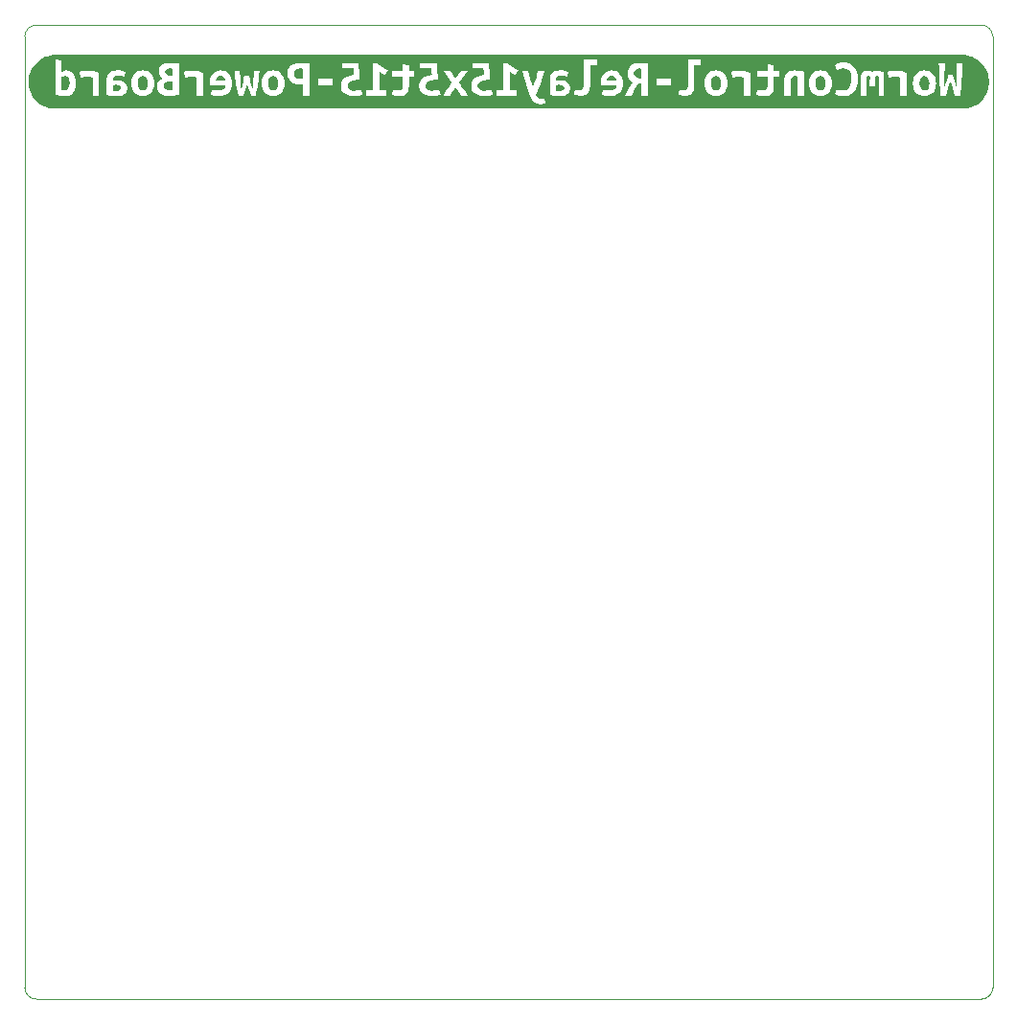
<source format=gbo>
G04 #@! TF.GenerationSoftware,KiCad,Pcbnew,6.0.10+dfsg-1~bpo11+1*
G04 #@! TF.ProjectId,project,70726f6a-6563-4742-9e6b-696361645f70,rev?*
G04 #@! TF.SameCoordinates,Original*
G04 #@! TF.FileFunction,Legend,Bot*
G04 #@! TF.FilePolarity,Positive*
%FSLAX46Y46*%
G04 Gerber Fmt 4.6, Leading zero omitted, Abs format (unit mm)*
%MOMM*%
%LPD*%
G01*
G04 APERTURE LIST*
G04 #@! TA.AperFunction,Profile*
%ADD10C,0.100000*%
G04 #@! TD*
%ADD11C,2.400000*%
%ADD12O,2.080000X3.600000*%
%ADD13O,2.100000X3.600000*%
%ADD14C,1.552000*%
%ADD15C,5.000000*%
G04 APERTURE END LIST*
D10*
X125512500Y-133037500D02*
G75*
G03*
X126512500Y-134037500I1000000J0D01*
G01*
X211012500Y-49037500D02*
X211012500Y-133037500D01*
X210012500Y-134037500D02*
X126512500Y-134037500D01*
X126512500Y-48037500D02*
X210012500Y-48037500D01*
X210012500Y-134037500D02*
G75*
G03*
X211012500Y-133037500I0J1000000D01*
G01*
X211012500Y-49037500D02*
G75*
G03*
X210012500Y-48037500I-1000000J0D01*
G01*
X126512500Y-48037500D02*
G75*
G03*
X125512500Y-49037500I0J-1000000D01*
G01*
X125512500Y-133037500D02*
X125512500Y-49037500D01*
G36*
X147626766Y-52566191D02*
G01*
X147766605Y-52699124D01*
X147851199Y-52904567D01*
X147879397Y-53166405D01*
X147853501Y-53428819D01*
X147775813Y-53635987D01*
X147640577Y-53770647D01*
X147442041Y-53815534D01*
X147248108Y-53770647D01*
X147108269Y-53635987D01*
X147023675Y-53428819D01*
X146995477Y-53166405D01*
X147021373Y-52904567D01*
X147099061Y-52699124D01*
X147234296Y-52566191D01*
X147432833Y-52521880D01*
X147626766Y-52566191D01*
G37*
G36*
X205173641Y-52566191D02*
G01*
X205313480Y-52699124D01*
X205398074Y-52904567D01*
X205426272Y-53166405D01*
X205400376Y-53428819D01*
X205322688Y-53635987D01*
X205187452Y-53770647D01*
X204988916Y-53815534D01*
X204794983Y-53770647D01*
X204655144Y-53635987D01*
X204570550Y-53428819D01*
X204542352Y-53166405D01*
X204568248Y-52904567D01*
X204645936Y-52699124D01*
X204781171Y-52566191D01*
X204979708Y-52521880D01*
X205173641Y-52566191D01*
G37*
G36*
X177529849Y-52540295D02*
G01*
X177663358Y-52641577D01*
X177746225Y-52788897D01*
X177785357Y-52959236D01*
X176919852Y-52959236D01*
X176942871Y-52791199D01*
X177016531Y-52646181D01*
X177145436Y-52542597D01*
X177338793Y-52503465D01*
X177529849Y-52540295D01*
G37*
G36*
X136117391Y-52566191D02*
G01*
X136257230Y-52699124D01*
X136341824Y-52904567D01*
X136370022Y-53166405D01*
X136344126Y-53428819D01*
X136266438Y-53635987D01*
X136131202Y-53770647D01*
X135932666Y-53815534D01*
X135738733Y-53770647D01*
X135598894Y-53635987D01*
X135514300Y-53428819D01*
X135486102Y-53166405D01*
X135511998Y-52904567D01*
X135589686Y-52699124D01*
X135724921Y-52566191D01*
X135923458Y-52521880D01*
X136117391Y-52566191D01*
G37*
G36*
X143001724Y-52540295D02*
G01*
X143135233Y-52641577D01*
X143218100Y-52788897D01*
X143257232Y-52959236D01*
X142391727Y-52959236D01*
X142414746Y-52791199D01*
X142488406Y-52646181D01*
X142617311Y-52542597D01*
X142810668Y-52503465D01*
X143001724Y-52540295D01*
G37*
G36*
X127961287Y-55393960D02*
G01*
X127731431Y-55359864D01*
X127506024Y-55303403D01*
X127287237Y-55225119D01*
X127077176Y-55125768D01*
X126877865Y-55006305D01*
X126691222Y-54867882D01*
X126519047Y-54711831D01*
X126362996Y-54539656D01*
X126224573Y-54353014D01*
X126105110Y-54153702D01*
X126005759Y-53943642D01*
X125927476Y-53724854D01*
X125871014Y-53499447D01*
X125836918Y-53269591D01*
X125825516Y-53037500D01*
X125836918Y-52805409D01*
X125871014Y-52575553D01*
X125927476Y-52350146D01*
X126005759Y-52131358D01*
X126105110Y-51921298D01*
X126224573Y-51721986D01*
X126362996Y-51535344D01*
X126519047Y-51363169D01*
X126691222Y-51207118D01*
X126877865Y-51068695D01*
X126903577Y-51053284D01*
X128193762Y-51053284D01*
X128193762Y-54183834D01*
X128367553Y-54229871D01*
X128575873Y-54266701D01*
X128799155Y-54290871D01*
X129017833Y-54298927D01*
X129328075Y-54265678D01*
X129583583Y-54165930D01*
X129784358Y-53999684D01*
X129928864Y-53775635D01*
X130015568Y-53502479D01*
X130044469Y-53180216D01*
X130020172Y-52852071D01*
X129947279Y-52573544D01*
X129825791Y-52344636D01*
X129656731Y-52174553D01*
X129573513Y-52135165D01*
X130362128Y-52135165D01*
X130463411Y-52659992D01*
X130594618Y-52632370D01*
X130748843Y-52607049D01*
X130900767Y-52590936D01*
X131025068Y-52586332D01*
X131259859Y-52597842D01*
X131494651Y-52641577D01*
X131494651Y-54248286D01*
X132065516Y-54248286D01*
X132065516Y-54197645D01*
X132746871Y-54197645D01*
X133115171Y-54262097D01*
X133374132Y-54289720D01*
X133663017Y-54298927D01*
X134038223Y-54262097D01*
X134325957Y-54140098D01*
X134510107Y-53919118D01*
X134574559Y-53585346D01*
X134500899Y-53267687D01*
X134399719Y-53161801D01*
X134906029Y-53161801D01*
X134924444Y-53407526D01*
X134979689Y-53629082D01*
X135068312Y-53824166D01*
X135186858Y-53990476D01*
X135333603Y-54125136D01*
X135506819Y-54225267D01*
X135704205Y-54287418D01*
X135923458Y-54308135D01*
X136142712Y-54287418D01*
X136340098Y-54225267D01*
X136513889Y-54125136D01*
X136662360Y-53990476D01*
X136782633Y-53824166D01*
X136871831Y-53629082D01*
X136927076Y-53407526D01*
X136928585Y-53387385D01*
X137221716Y-53387385D01*
X137243583Y-53623903D01*
X137309187Y-53817836D01*
X137546280Y-54094061D01*
X137709713Y-54182683D01*
X137900769Y-54241381D01*
X138113117Y-54274182D01*
X138340427Y-54285116D01*
X138532633Y-54279937D01*
X138731746Y-54264399D01*
X138933160Y-54238503D01*
X139132272Y-54202249D01*
X139132272Y-52135165D01*
X139569628Y-52135165D01*
X139670911Y-52659992D01*
X139802118Y-52632370D01*
X139956343Y-52607049D01*
X140108267Y-52590936D01*
X140232568Y-52586332D01*
X140467359Y-52597842D01*
X140702151Y-52641577D01*
X140702151Y-54248286D01*
X141273016Y-54248286D01*
X141273016Y-53138782D01*
X141843881Y-53138782D01*
X141846183Y-53253876D01*
X141853088Y-53350555D01*
X143257232Y-53350555D01*
X143213496Y-53539884D01*
X143082289Y-53684327D01*
X142882026Y-53775826D01*
X142631122Y-53806326D01*
X142306558Y-53769496D01*
X142046446Y-53695836D01*
X141968182Y-54179230D01*
X142281237Y-54264399D01*
X142654141Y-54298927D01*
X142915979Y-54281088D01*
X143149044Y-54227569D01*
X143351609Y-54138947D01*
X143521948Y-54015797D01*
X143658334Y-53858694D01*
X143759041Y-53668214D01*
X143821191Y-53443781D01*
X143841908Y-53184820D01*
X143820040Y-52916652D01*
X143754437Y-52683011D01*
X143653154Y-52484475D01*
X143524249Y-52321617D01*
X143371175Y-52194438D01*
X143197383Y-52102939D01*
X143135232Y-52084524D01*
X144035266Y-52084524D01*
X144063032Y-52395277D01*
X144095690Y-52696822D01*
X144133239Y-52989161D01*
X144175680Y-53272291D01*
X144237831Y-53628315D01*
X144304585Y-53953646D01*
X144375943Y-54248286D01*
X144804092Y-54248286D01*
X144898469Y-53985872D01*
X144981336Y-53753383D01*
X145059600Y-53518592D01*
X145140166Y-53249272D01*
X145223033Y-53513988D01*
X145298995Y-53746477D01*
X145379561Y-53981269D01*
X145480843Y-54248286D01*
X145908992Y-54248286D01*
X145962510Y-54034787D01*
X146012576Y-53799421D01*
X146059189Y-53545063D01*
X146102349Y-53274593D01*
X146117907Y-53161801D01*
X146415404Y-53161801D01*
X146433819Y-53407526D01*
X146489064Y-53629082D01*
X146577687Y-53824166D01*
X146696233Y-53990476D01*
X146842978Y-54125136D01*
X147016194Y-54225267D01*
X147213580Y-54287418D01*
X147432833Y-54308135D01*
X147652087Y-54287418D01*
X147849473Y-54225267D01*
X148023264Y-54125136D01*
X148171735Y-53990476D01*
X148292008Y-53824166D01*
X148381206Y-53629082D01*
X148436451Y-53407526D01*
X148454866Y-53161801D01*
X148435875Y-52919529D01*
X148378904Y-52699124D01*
X148287980Y-52504616D01*
X148167131Y-52340032D01*
X148143802Y-52319315D01*
X148717279Y-52319315D01*
X148750784Y-52628534D01*
X148851300Y-52874834D01*
X149018825Y-53058217D01*
X149247734Y-53184820D01*
X149532399Y-53260782D01*
X149872821Y-53286102D01*
X150075386Y-53286102D01*
X150075386Y-54248286D01*
X150641647Y-54248286D01*
X150641647Y-53387385D01*
X153436123Y-53387385D01*
X153505179Y-53753383D01*
X153716952Y-54045721D01*
X153876932Y-54156211D01*
X154071441Y-54239079D01*
X154300477Y-54290871D01*
X154564042Y-54308135D01*
X154789626Y-54294324D01*
X155010606Y-54259796D01*
X155056097Y-54248286D01*
X155682753Y-54248286D01*
X157413763Y-54248286D01*
X157413763Y-54179230D01*
X157924779Y-54179230D01*
X158263155Y-54271305D01*
X158615342Y-54298927D01*
X158965227Y-54266701D01*
X159223037Y-54142400D01*
X159384168Y-53882288D01*
X159425602Y-53688355D01*
X159439413Y-53442630D01*
X159439413Y-53387385D01*
X160341748Y-53387385D01*
X160410804Y-53753383D01*
X160622577Y-54045721D01*
X160782557Y-54156211D01*
X160977066Y-54239079D01*
X161206102Y-54290871D01*
X161469667Y-54308135D01*
X161695251Y-54294324D01*
X161916231Y-54259796D01*
X161961722Y-54248286D01*
X162487096Y-54248286D01*
X163076376Y-54248286D01*
X163200677Y-54026155D01*
X163324978Y-53829345D01*
X163445827Y-53654402D01*
X163559769Y-53497875D01*
X163690976Y-53679723D01*
X163808372Y-53856967D01*
X163920013Y-54042268D01*
X164033956Y-54248286D01*
X164609424Y-54248286D01*
X164450595Y-53978967D01*
X164261841Y-53693534D01*
X164054673Y-53405800D01*
X164040472Y-53387385D01*
X164945498Y-53387385D01*
X165014554Y-53753383D01*
X165226327Y-54045721D01*
X165386307Y-54156211D01*
X165580816Y-54239079D01*
X165809852Y-54290871D01*
X166073417Y-54308135D01*
X166299001Y-54294324D01*
X166519981Y-54259796D01*
X166565472Y-54248286D01*
X167192128Y-54248286D01*
X168923138Y-54248286D01*
X168923138Y-53778704D01*
X168324651Y-53778704D01*
X168324651Y-52185806D01*
X168619291Y-52349239D01*
X168900119Y-52462031D01*
X169048161Y-52084524D01*
X169434154Y-52084524D01*
X169519899Y-52385494D01*
X169602191Y-52680709D01*
X169684483Y-52969595D01*
X169770228Y-53251574D01*
X169860577Y-53527224D01*
X169956680Y-53797119D01*
X170059689Y-54060683D01*
X170170754Y-54317342D01*
X170343395Y-54635001D01*
X170532149Y-54853679D01*
X170762336Y-54980282D01*
X171059278Y-55021716D01*
X171319390Y-54998697D01*
X171515049Y-54938849D01*
X171409163Y-54464662D01*
X171245730Y-54522209D01*
X171091504Y-54538322D01*
X170824487Y-54427832D01*
X170683144Y-54197645D01*
X171878746Y-54197645D01*
X172247046Y-54262097D01*
X172506007Y-54289720D01*
X172794892Y-54298927D01*
X173170098Y-54262097D01*
X173419830Y-54156211D01*
X174060923Y-54156211D01*
X174123074Y-54188437D01*
X174249677Y-54236777D01*
X174440733Y-54280512D01*
X174696241Y-54298927D01*
X175034616Y-54240805D01*
X175267106Y-54066438D01*
X175401765Y-53780430D01*
X175446652Y-53387385D01*
X175446652Y-53138782D01*
X176372006Y-53138782D01*
X176374308Y-53253876D01*
X176381213Y-53350555D01*
X177785357Y-53350555D01*
X177741621Y-53539884D01*
X177610414Y-53684327D01*
X177410151Y-53775826D01*
X177159247Y-53806326D01*
X176834683Y-53769496D01*
X176574571Y-53695836D01*
X176496307Y-54179230D01*
X176809362Y-54264399D01*
X177182266Y-54298927D01*
X177444104Y-54281088D01*
X177586950Y-54248286D01*
X178563391Y-54248286D01*
X179157274Y-54248286D01*
X179271793Y-53977240D01*
X179403575Y-53716553D01*
X179549169Y-53459319D01*
X179705121Y-53198631D01*
X179999761Y-53198631D01*
X179999761Y-54248286D01*
X180566022Y-54248286D01*
X180566022Y-54156211D01*
X183268423Y-54156211D01*
X183330574Y-54188437D01*
X183457177Y-54236777D01*
X183648233Y-54280512D01*
X183903741Y-54298927D01*
X184242116Y-54240805D01*
X184474606Y-54066438D01*
X184609265Y-53780430D01*
X184654152Y-53387385D01*
X184654152Y-53161801D01*
X185547279Y-53161801D01*
X185565694Y-53407526D01*
X185620939Y-53629082D01*
X185709562Y-53824166D01*
X185828108Y-53990476D01*
X185974853Y-54125136D01*
X186148069Y-54225267D01*
X186345455Y-54287418D01*
X186564708Y-54308135D01*
X186783962Y-54287418D01*
X186981348Y-54225267D01*
X187155139Y-54125136D01*
X187303610Y-53990476D01*
X187423883Y-53824166D01*
X187513081Y-53629082D01*
X187568326Y-53407526D01*
X187586741Y-53161801D01*
X187567750Y-52919529D01*
X187510779Y-52699124D01*
X187419855Y-52504616D01*
X187299006Y-52340032D01*
X187149960Y-52207674D01*
X187019871Y-52135165D01*
X187909003Y-52135165D01*
X188010286Y-52659992D01*
X188141493Y-52632370D01*
X188295718Y-52607049D01*
X188447642Y-52590936D01*
X188571943Y-52586332D01*
X188806734Y-52597842D01*
X189041526Y-52641577D01*
X189041526Y-54248286D01*
X189612391Y-54248286D01*
X189612391Y-54179230D01*
X190151029Y-54179230D01*
X190489405Y-54271305D01*
X190841592Y-54298927D01*
X191191477Y-54266701D01*
X191229671Y-54248286D01*
X192595621Y-54248286D01*
X193161882Y-54248286D01*
X193161882Y-53101952D01*
X193179146Y-52840690D01*
X193230938Y-52664596D01*
X193511767Y-52531087D01*
X193638370Y-52535691D01*
X193769577Y-52549502D01*
X193769577Y-54248286D01*
X194335838Y-54248286D01*
X194335838Y-53161801D01*
X194754779Y-53161801D01*
X194773194Y-53407526D01*
X194828439Y-53629082D01*
X194917062Y-53824166D01*
X195035608Y-53990476D01*
X195182353Y-54125136D01*
X195355569Y-54225267D01*
X195552955Y-54287418D01*
X195772208Y-54308135D01*
X195991462Y-54287418D01*
X196188848Y-54225267D01*
X196362639Y-54125136D01*
X196379136Y-54110174D01*
X197070466Y-54110174D01*
X197395030Y-54245984D01*
X197615435Y-54292597D01*
X197866914Y-54308135D01*
X198237261Y-54265167D01*
X198277454Y-54248286D01*
X199363133Y-54248286D01*
X199823508Y-54248286D01*
X199823508Y-52927010D01*
X199839621Y-52719841D01*
X199881055Y-52600144D01*
X199940904Y-52544899D01*
X200012262Y-52531087D01*
X200099733Y-52537993D01*
X200182601Y-52563314D01*
X200159582Y-52756671D01*
X200150374Y-52991462D01*
X200150374Y-53424215D01*
X200610749Y-53424215D01*
X200610749Y-52927010D01*
X200654485Y-52618559D01*
X200794899Y-52531087D01*
X200861654Y-52535691D01*
X200937616Y-52549502D01*
X200937616Y-54248286D01*
X201397991Y-54248286D01*
X201397991Y-52167391D01*
X201252027Y-52135165D01*
X201720253Y-52135165D01*
X201821536Y-52659992D01*
X201952743Y-52632370D01*
X202106968Y-52607049D01*
X202258892Y-52590936D01*
X202383193Y-52586332D01*
X202617984Y-52597842D01*
X202852776Y-52641577D01*
X202852776Y-54248286D01*
X203423641Y-54248286D01*
X203423641Y-53161801D01*
X203962279Y-53161801D01*
X203980694Y-53407526D01*
X204035939Y-53629082D01*
X204124562Y-53824166D01*
X204243108Y-53990476D01*
X204389853Y-54125136D01*
X204563069Y-54225267D01*
X204760455Y-54287418D01*
X204979708Y-54308135D01*
X205198962Y-54287418D01*
X205396348Y-54225267D01*
X205570139Y-54125136D01*
X205718610Y-53990476D01*
X205838883Y-53824166D01*
X205928081Y-53629082D01*
X205983326Y-53407526D01*
X206001741Y-53161801D01*
X205982750Y-52919529D01*
X205925779Y-52699124D01*
X205834855Y-52504616D01*
X205714006Y-52340032D01*
X205564960Y-52207674D01*
X205389442Y-52109844D01*
X205192632Y-52049420D01*
X204979708Y-52029279D01*
X204763907Y-52049420D01*
X204567673Y-52109844D01*
X204393881Y-52207674D01*
X204245410Y-52340032D01*
X204125137Y-52504616D01*
X204035939Y-52699124D01*
X203980694Y-52919529D01*
X203962279Y-53161801D01*
X203423641Y-53161801D01*
X203423641Y-52227240D01*
X203195180Y-52152429D01*
X202960964Y-52093731D01*
X202703729Y-52055750D01*
X202406212Y-52043090D01*
X202275005Y-52047694D01*
X202093157Y-52063807D01*
X201897498Y-52091429D01*
X201720253Y-52135165D01*
X201252027Y-52135165D01*
X201043502Y-52089127D01*
X200735051Y-52061505D01*
X200520976Y-52091429D01*
X200357543Y-52190410D01*
X200173393Y-52100637D01*
X199952413Y-52061505D01*
X199657773Y-52116750D01*
X199475925Y-52282485D01*
X199386152Y-52561012D01*
X199368888Y-52743435D01*
X199363133Y-52954632D01*
X199363133Y-54248286D01*
X198277454Y-54248286D01*
X198544177Y-54136262D01*
X198787664Y-53921420D01*
X198926640Y-53707633D01*
X199025908Y-53452988D01*
X199085469Y-53157485D01*
X199105323Y-52821124D01*
X199081153Y-52486201D01*
X199008644Y-52190410D01*
X198892975Y-51935477D01*
X198739325Y-51723129D01*
X198550571Y-51555092D01*
X198329591Y-51433093D01*
X198214229Y-51398565D01*
X206241136Y-51398565D01*
X206254947Y-51753629D01*
X206268758Y-52119052D01*
X206283720Y-52488503D01*
X206300984Y-52855652D01*
X206321126Y-53218773D01*
X206344720Y-53576139D01*
X206371767Y-53921420D01*
X206402267Y-54248286D01*
X206871849Y-54248286D01*
X206973132Y-53947316D01*
X207074414Y-53624478D01*
X207175697Y-53298187D01*
X207276979Y-52986859D01*
X207380564Y-53289555D01*
X207488752Y-53617572D01*
X207594638Y-53945590D01*
X207691317Y-54248286D01*
X208160899Y-54248286D01*
X208195428Y-53920845D01*
X208225352Y-53573837D01*
X208251248Y-53214744D01*
X208273691Y-52851048D01*
X208292682Y-52483899D01*
X208308219Y-52114448D01*
X208320880Y-51750176D01*
X208331238Y-51398565D01*
X207806411Y-51398565D01*
X207811014Y-51674790D01*
X207815618Y-51960222D01*
X207820222Y-52249683D01*
X207824826Y-52537993D01*
X207829429Y-52822275D01*
X207834033Y-53099651D01*
X207837486Y-53364942D01*
X207838637Y-53612969D01*
X207744260Y-53290706D01*
X207642978Y-52945425D01*
X207553204Y-52632370D01*
X207488752Y-52406786D01*
X207074414Y-52406786D01*
X207019169Y-52623162D01*
X206938604Y-52908595D01*
X206841925Y-53244669D01*
X206738341Y-53612969D01*
X206739492Y-53364942D01*
X206742944Y-53099651D01*
X206747548Y-52822850D01*
X206752152Y-52540295D01*
X206756756Y-52253136D01*
X206761359Y-51962524D01*
X206764812Y-51675365D01*
X206765963Y-51398565D01*
X206241136Y-51398565D01*
X198214229Y-51398565D01*
X198081564Y-51358858D01*
X197811669Y-51334112D01*
X197537746Y-51359433D01*
X197323672Y-51416980D01*
X197169446Y-51486036D01*
X197075069Y-51541281D01*
X197222389Y-51992449D01*
X197477898Y-51875053D01*
X197820877Y-51826714D01*
X198080989Y-51875053D01*
X198306573Y-52036184D01*
X198467704Y-52337730D01*
X198514317Y-52549502D01*
X198529854Y-52807312D01*
X198511184Y-53107324D01*
X198455171Y-53356693D01*
X198361818Y-53555422D01*
X198140262Y-53750506D01*
X197811669Y-53815534D01*
X197445671Y-53764892D01*
X197213182Y-53663610D01*
X197070466Y-54110174D01*
X196379136Y-54110174D01*
X196511110Y-53990476D01*
X196631383Y-53824166D01*
X196720581Y-53629082D01*
X196775826Y-53407526D01*
X196794241Y-53161801D01*
X196775250Y-52919529D01*
X196718279Y-52699124D01*
X196627355Y-52504616D01*
X196506506Y-52340032D01*
X196357460Y-52207674D01*
X196181942Y-52109844D01*
X195985132Y-52049420D01*
X195772208Y-52029279D01*
X195556407Y-52049420D01*
X195360173Y-52109844D01*
X195186381Y-52207674D01*
X195037910Y-52340032D01*
X194917637Y-52504616D01*
X194828439Y-52699124D01*
X194773194Y-52919529D01*
X194754779Y-53161801D01*
X194335838Y-53161801D01*
X194335838Y-52153580D01*
X194166075Y-52113297D01*
X193960633Y-52075316D01*
X193727568Y-52047694D01*
X193474937Y-52038486D01*
X193238995Y-52056326D01*
X193046788Y-52109844D01*
X192777469Y-52312409D01*
X192637054Y-52625464D01*
X192605979Y-52817095D01*
X192595621Y-53028292D01*
X192595621Y-54248286D01*
X191229671Y-54248286D01*
X191449287Y-54142400D01*
X191610418Y-53882288D01*
X191651852Y-53688355D01*
X191665663Y-53442630D01*
X191665663Y-52554106D01*
X192158264Y-52554106D01*
X192158264Y-52084524D01*
X191665663Y-52084524D01*
X191665663Y-51541281D01*
X191099402Y-51449206D01*
X191099402Y-52084524D01*
X190192463Y-52084524D01*
X190192463Y-52554106D01*
X191099402Y-52554106D01*
X191099402Y-53428819D01*
X191076383Y-53622176D01*
X191011931Y-53737270D01*
X190910648Y-53792515D01*
X190777139Y-53806326D01*
X190632121Y-53801722D01*
X190503216Y-53785609D01*
X190374311Y-53751081D01*
X190229293Y-53691232D01*
X190151029Y-54179230D01*
X189612391Y-54179230D01*
X189612391Y-52227240D01*
X189383930Y-52152429D01*
X189149714Y-52093731D01*
X188892479Y-52055750D01*
X188594962Y-52043090D01*
X188463755Y-52047694D01*
X188281907Y-52063807D01*
X188086248Y-52091429D01*
X187909003Y-52135165D01*
X187019871Y-52135165D01*
X186974442Y-52109844D01*
X186777632Y-52049420D01*
X186564708Y-52029279D01*
X186348907Y-52049420D01*
X186152673Y-52109844D01*
X185978881Y-52207674D01*
X185830410Y-52340032D01*
X185710137Y-52504616D01*
X185620939Y-52699124D01*
X185565694Y-52919529D01*
X185547279Y-53161801D01*
X184654152Y-53161801D01*
X184654152Y-51550489D01*
X185252639Y-51550489D01*
X185252639Y-51080906D01*
X184087891Y-51080906D01*
X184087891Y-53428819D01*
X184000419Y-53728062D01*
X183779439Y-53806326D01*
X183494007Y-53760289D01*
X183342083Y-53700440D01*
X183268423Y-54156211D01*
X180566022Y-54156211D01*
X180566022Y-53345951D01*
X181334848Y-53345951D01*
X182596276Y-53345951D01*
X182596276Y-52788897D01*
X181334848Y-52788897D01*
X181334848Y-53345951D01*
X180566022Y-53345951D01*
X180566022Y-51439999D01*
X180384174Y-51405471D01*
X180183911Y-51382452D01*
X179990553Y-51370942D01*
X179829422Y-51366339D01*
X179596933Y-51380150D01*
X179387462Y-51421584D01*
X179203312Y-51491791D01*
X179046784Y-51591922D01*
X178828106Y-51884261D01*
X178771135Y-52077043D01*
X178752144Y-52300900D01*
X178777465Y-52537993D01*
X178853427Y-52752067D01*
X178988087Y-52930463D01*
X179189501Y-53060519D01*
X179023766Y-53325234D01*
X178853427Y-53629082D01*
X178694598Y-53946741D01*
X178563391Y-54248286D01*
X177586950Y-54248286D01*
X177677169Y-54227569D01*
X177879734Y-54138947D01*
X178050073Y-54015797D01*
X178186459Y-53858694D01*
X178287166Y-53668214D01*
X178349316Y-53443781D01*
X178370033Y-53184820D01*
X178348165Y-52916652D01*
X178282562Y-52683011D01*
X178181279Y-52484475D01*
X178052374Y-52321617D01*
X177899300Y-52194438D01*
X177725508Y-52102939D01*
X177539056Y-52047694D01*
X177348001Y-52029279D01*
X177054384Y-52060738D01*
X176811920Y-52155115D01*
X176620608Y-52312409D01*
X176482496Y-52530064D01*
X176399628Y-52805522D01*
X176372006Y-53138782D01*
X175446652Y-53138782D01*
X175446652Y-51550489D01*
X176045139Y-51550489D01*
X176045139Y-51080906D01*
X174880391Y-51080906D01*
X174880391Y-53428819D01*
X174792919Y-53728062D01*
X174571939Y-53806326D01*
X174286507Y-53760289D01*
X174134583Y-53700440D01*
X174060923Y-54156211D01*
X173419830Y-54156211D01*
X173457832Y-54140098D01*
X173641982Y-53919118D01*
X173706434Y-53585346D01*
X173632774Y-53267687D01*
X173434813Y-53060519D01*
X173149381Y-52947727D01*
X172813307Y-52913199D01*
X172604987Y-52922406D01*
X172421988Y-52950029D01*
X172421988Y-52880972D01*
X172523271Y-52611653D01*
X172661383Y-52530512D01*
X172873156Y-52503465D01*
X173183909Y-52526484D01*
X173425606Y-52581729D01*
X173503869Y-52125957D01*
X173204626Y-52059203D01*
X173007815Y-52036760D01*
X172804099Y-52029279D01*
X172559525Y-52044816D01*
X172359838Y-52091429D01*
X172076707Y-52266372D01*
X171924783Y-52542597D01*
X171878746Y-52908595D01*
X171878746Y-54197645D01*
X170683144Y-54197645D01*
X170663356Y-54165419D01*
X170798399Y-53882288D01*
X170933442Y-53573070D01*
X171068486Y-53237763D01*
X171167466Y-52969739D01*
X171261843Y-52688190D01*
X171351616Y-52393119D01*
X171436786Y-52084524D01*
X170847506Y-52084524D01*
X170753129Y-52448220D01*
X170698459Y-52641577D01*
X170640337Y-52834935D01*
X170578762Y-53026566D01*
X170513734Y-53214744D01*
X170377923Y-53562327D01*
X170281244Y-53214744D01*
X170231754Y-53027142D01*
X170184566Y-52837237D01*
X170139104Y-52645606D01*
X170094793Y-52452824D01*
X170014227Y-52084524D01*
X169434154Y-52084524D01*
X169048161Y-52084524D01*
X169084269Y-51992449D01*
X168844874Y-51886562D01*
X168587064Y-51743846D01*
X168343066Y-51578111D01*
X168145104Y-51398565D01*
X167758389Y-51398565D01*
X167758389Y-53778704D01*
X167192128Y-53778704D01*
X167192128Y-54248286D01*
X166565472Y-54248286D01*
X166711036Y-54211456D01*
X166842243Y-54160815D01*
X166727149Y-53691232D01*
X166469339Y-53783307D01*
X166293246Y-53814383D01*
X166078021Y-53824741D01*
X165804098Y-53787911D01*
X165633759Y-53693534D01*
X165548589Y-53562327D01*
X165525571Y-53410404D01*
X165564703Y-53191726D01*
X165721230Y-53021387D01*
X166055002Y-52910897D01*
X166304755Y-52881548D01*
X166621263Y-52871765D01*
X166579829Y-52489078D01*
X166547603Y-52114448D01*
X166523433Y-51750176D01*
X166506169Y-51398565D01*
X165051384Y-51398565D01*
X165051384Y-51868147D01*
X166031983Y-51868147D01*
X166055002Y-52176599D01*
X166078021Y-52439012D01*
X165729670Y-52486073D01*
X165445772Y-52578148D01*
X165226327Y-52715237D01*
X165070311Y-52896318D01*
X164976701Y-53120367D01*
X164945498Y-53387385D01*
X164040472Y-53387385D01*
X163845202Y-53134179D01*
X164604821Y-52084524D01*
X164010937Y-52084524D01*
X163532147Y-52761275D01*
X163090187Y-52084524D01*
X162514718Y-52084524D01*
X163214488Y-53124971D01*
X162998112Y-53408102D01*
X162795547Y-53709647D01*
X162620604Y-53999684D01*
X162487096Y-54248286D01*
X161961722Y-54248286D01*
X162107286Y-54211456D01*
X162238493Y-54160815D01*
X162123399Y-53691232D01*
X161865589Y-53783307D01*
X161689496Y-53814383D01*
X161474271Y-53824741D01*
X161200348Y-53787911D01*
X161030009Y-53693534D01*
X160944839Y-53562327D01*
X160921821Y-53410404D01*
X160960953Y-53191726D01*
X161117480Y-53021387D01*
X161451252Y-52910897D01*
X161701005Y-52881548D01*
X162017513Y-52871765D01*
X161976079Y-52489078D01*
X161943853Y-52114448D01*
X161919683Y-51750176D01*
X161902419Y-51398565D01*
X160447634Y-51398565D01*
X160447634Y-51868147D01*
X161428233Y-51868147D01*
X161451252Y-52176599D01*
X161474271Y-52439012D01*
X161125920Y-52486073D01*
X160842022Y-52578148D01*
X160622577Y-52715237D01*
X160466561Y-52896318D01*
X160372951Y-53120367D01*
X160341748Y-53387385D01*
X159439413Y-53387385D01*
X159439413Y-52554106D01*
X159932014Y-52554106D01*
X159932014Y-52084524D01*
X159439413Y-52084524D01*
X159439413Y-51541281D01*
X158873152Y-51449206D01*
X158873152Y-52084524D01*
X157966213Y-52084524D01*
X157966213Y-52554106D01*
X158873152Y-52554106D01*
X158873152Y-53428819D01*
X158850133Y-53622176D01*
X158785681Y-53737270D01*
X158684398Y-53792515D01*
X158550889Y-53806326D01*
X158405871Y-53801722D01*
X158276966Y-53785609D01*
X158148061Y-53751081D01*
X158003043Y-53691232D01*
X157924779Y-54179230D01*
X157413763Y-54179230D01*
X157413763Y-53778704D01*
X156815276Y-53778704D01*
X156815276Y-52185806D01*
X157109916Y-52349239D01*
X157390744Y-52462031D01*
X157574894Y-51992449D01*
X157335499Y-51886562D01*
X157077689Y-51743846D01*
X156833691Y-51578111D01*
X156635729Y-51398565D01*
X156249014Y-51398565D01*
X156249014Y-53778704D01*
X155682753Y-53778704D01*
X155682753Y-54248286D01*
X155056097Y-54248286D01*
X155201661Y-54211456D01*
X155332868Y-54160815D01*
X155217774Y-53691232D01*
X154959964Y-53783307D01*
X154783871Y-53814383D01*
X154568646Y-53824741D01*
X154294723Y-53787911D01*
X154124384Y-53693534D01*
X154039214Y-53562327D01*
X154016196Y-53410404D01*
X154055328Y-53191726D01*
X154211855Y-53021387D01*
X154545627Y-52910897D01*
X154795380Y-52881548D01*
X155111888Y-52871765D01*
X155070454Y-52489078D01*
X155038228Y-52114448D01*
X155014058Y-51750176D01*
X154996794Y-51398565D01*
X153542009Y-51398565D01*
X153542009Y-51868147D01*
X154522608Y-51868147D01*
X154545627Y-52176599D01*
X154568646Y-52439012D01*
X154220295Y-52486073D01*
X153936397Y-52578148D01*
X153716952Y-52715237D01*
X153560936Y-52896318D01*
X153467326Y-53120367D01*
X153436123Y-53387385D01*
X150641647Y-53387385D01*
X150641647Y-53345951D01*
X151410473Y-53345951D01*
X152671901Y-53345951D01*
X152671901Y-52788897D01*
X151410473Y-52788897D01*
X151410473Y-53345951D01*
X150641647Y-53345951D01*
X150641647Y-51435395D01*
X150455195Y-51403169D01*
X150245724Y-51382452D01*
X150038556Y-51370942D01*
X149859009Y-51366339D01*
X149523959Y-51391148D01*
X149243130Y-51465575D01*
X149016523Y-51589621D01*
X148850277Y-51769934D01*
X148750529Y-52013166D01*
X148717279Y-52319315D01*
X148143802Y-52319315D01*
X148018085Y-52207674D01*
X147842567Y-52109844D01*
X147645757Y-52049420D01*
X147432833Y-52029279D01*
X147217032Y-52049420D01*
X147020798Y-52109844D01*
X146847006Y-52207674D01*
X146698535Y-52340032D01*
X146578262Y-52504616D01*
X146489064Y-52699124D01*
X146433819Y-52919529D01*
X146415404Y-53161801D01*
X146117907Y-53161801D01*
X146141481Y-52990887D01*
X146176009Y-52696822D01*
X146207085Y-52394126D01*
X146235858Y-52084524D01*
X145752464Y-52084524D01*
X145739932Y-52349495D01*
X145726888Y-52610374D01*
X145713333Y-52867161D01*
X145695685Y-53124460D01*
X145670364Y-53386873D01*
X145637371Y-53654402D01*
X145533786Y-53329838D01*
X145455523Y-53044406D01*
X145391070Y-52781992D01*
X145328919Y-52521880D01*
X144919186Y-52521880D01*
X144861639Y-52781992D01*
X144797186Y-53044406D01*
X144723526Y-53329838D01*
X144629149Y-53654402D01*
X144603829Y-53447234D01*
X144583112Y-53249272D01*
X144566423Y-53056490D01*
X144553188Y-52864859D01*
X144534773Y-52482748D01*
X144527291Y-52287664D01*
X144518659Y-52084524D01*
X144035266Y-52084524D01*
X143135232Y-52084524D01*
X143010931Y-52047694D01*
X142819876Y-52029279D01*
X142526259Y-52060738D01*
X142283795Y-52155115D01*
X142092483Y-52312409D01*
X141954371Y-52530064D01*
X141871503Y-52805522D01*
X141843881Y-53138782D01*
X141273016Y-53138782D01*
X141273016Y-52227240D01*
X141044555Y-52152429D01*
X140810339Y-52093731D01*
X140553104Y-52055750D01*
X140255587Y-52043090D01*
X140124380Y-52047694D01*
X139942532Y-52063807D01*
X139746873Y-52091429D01*
X139569628Y-52135165D01*
X139132272Y-52135165D01*
X139132272Y-51435395D01*
X138777783Y-51387056D01*
X138395672Y-51366339D01*
X138103334Y-51383027D01*
X137870844Y-51433093D01*
X137553186Y-51608036D01*
X137396658Y-51849732D01*
X137355224Y-52116750D01*
X137379970Y-52307806D01*
X137454205Y-52475842D01*
X137718921Y-52724445D01*
X137475497Y-52848746D01*
X137325300Y-53009877D01*
X137247612Y-53194027D01*
X137221716Y-53387385D01*
X136928585Y-53387385D01*
X136945491Y-53161801D01*
X136926500Y-52919529D01*
X136869529Y-52699124D01*
X136778605Y-52504616D01*
X136657756Y-52340032D01*
X136508710Y-52207674D01*
X136333192Y-52109844D01*
X136136382Y-52049420D01*
X135923458Y-52029279D01*
X135707657Y-52049420D01*
X135511423Y-52109844D01*
X135337631Y-52207674D01*
X135189160Y-52340032D01*
X135068887Y-52504616D01*
X134979689Y-52699124D01*
X134924444Y-52919529D01*
X134906029Y-53161801D01*
X134399719Y-53161801D01*
X134302938Y-53060519D01*
X134017506Y-52947727D01*
X133681432Y-52913199D01*
X133473112Y-52922406D01*
X133290113Y-52950029D01*
X133290113Y-52880972D01*
X133391396Y-52611653D01*
X133529508Y-52530512D01*
X133741281Y-52503465D01*
X134052034Y-52526484D01*
X134293731Y-52581729D01*
X134371994Y-52125957D01*
X134072751Y-52059203D01*
X133875940Y-52036760D01*
X133672224Y-52029279D01*
X133427650Y-52044816D01*
X133227963Y-52091429D01*
X132944832Y-52266372D01*
X132792908Y-52542597D01*
X132746871Y-52908595D01*
X132746871Y-54197645D01*
X132065516Y-54197645D01*
X132065516Y-52227240D01*
X131837055Y-52152429D01*
X131602839Y-52093731D01*
X131345604Y-52055750D01*
X131048087Y-52043090D01*
X130916880Y-52047694D01*
X130735032Y-52063807D01*
X130539373Y-52091429D01*
X130362128Y-52135165D01*
X129573513Y-52135165D01*
X129441122Y-52072503D01*
X129178964Y-52038486D01*
X128953381Y-52063807D01*
X128760023Y-52135165D01*
X128760023Y-51149962D01*
X128193762Y-51053284D01*
X126903577Y-51053284D01*
X127077176Y-50949232D01*
X127287237Y-50849881D01*
X127506024Y-50771597D01*
X127731431Y-50715136D01*
X127961287Y-50681040D01*
X128193378Y-50669638D01*
X208331622Y-50669638D01*
X208563713Y-50681040D01*
X208793569Y-50715136D01*
X209018976Y-50771597D01*
X209237763Y-50849881D01*
X209447824Y-50949232D01*
X209647135Y-51068695D01*
X209833778Y-51207118D01*
X210005953Y-51363169D01*
X210162004Y-51535344D01*
X210300427Y-51721986D01*
X210419890Y-51921298D01*
X210519241Y-52131358D01*
X210597524Y-52350146D01*
X210653986Y-52575553D01*
X210688082Y-52805409D01*
X210699484Y-53037500D01*
X210688082Y-53269591D01*
X210653986Y-53499447D01*
X210597524Y-53724854D01*
X210519241Y-53943642D01*
X210419890Y-54153702D01*
X210300427Y-54353014D01*
X210162004Y-54539656D01*
X210005953Y-54711831D01*
X209833778Y-54867882D01*
X209647135Y-55006305D01*
X209447824Y-55125768D01*
X209237763Y-55225119D01*
X209018976Y-55303403D01*
X208793569Y-55359864D01*
X208563713Y-55393960D01*
X208331622Y-55405362D01*
X128193378Y-55405362D01*
X127961287Y-55393960D01*
G37*
G36*
X138566011Y-53774100D02*
G01*
X138434804Y-53787911D01*
X138294389Y-53792515D01*
X138105636Y-53776402D01*
X137942203Y-53716553D01*
X137824807Y-53592252D01*
X137778769Y-53387385D01*
X137909976Y-53090443D01*
X138262163Y-53000670D01*
X138566011Y-53000670D01*
X138566011Y-53774100D01*
G37*
G36*
X179907686Y-51861242D02*
G01*
X179999761Y-51872751D01*
X179999761Y-52729049D01*
X179875459Y-52729049D01*
X179625706Y-52700851D01*
X179456518Y-52616257D01*
X179327613Y-52296296D01*
X179362141Y-52100637D01*
X179465726Y-51964826D01*
X179625706Y-51885412D01*
X179829422Y-51858940D01*
X179907686Y-51861242D01*
G37*
G36*
X149934971Y-51861242D02*
G01*
X150075386Y-51872751D01*
X150075386Y-52793501D01*
X149845198Y-52793501D01*
X149606954Y-52766454D01*
X149435464Y-52685313D01*
X149331880Y-52538569D01*
X149297352Y-52314711D01*
X149331305Y-52102363D01*
X149433163Y-51962524D01*
X149591416Y-51884836D01*
X149794557Y-51858940D01*
X149934971Y-51861242D01*
G37*
G36*
X172868552Y-53320631D02*
G01*
X173013570Y-53359762D01*
X173112551Y-53438026D01*
X173149381Y-53571535D01*
X173038891Y-53781006D01*
X172753458Y-53843156D01*
X172573912Y-53840854D01*
X172421988Y-53829345D01*
X172421988Y-53332140D01*
X172555497Y-53316027D01*
X172698213Y-53309121D01*
X172868552Y-53320631D01*
G37*
G36*
X138441709Y-51863544D02*
G01*
X138566011Y-51877355D01*
X138566011Y-52531087D01*
X138345031Y-52531087D01*
X138018164Y-52436711D01*
X137907674Y-52176599D01*
X137939901Y-52013166D01*
X138027372Y-51916487D01*
X138156277Y-51870449D01*
X138308201Y-51858940D01*
X138441709Y-51863544D01*
G37*
G36*
X195966141Y-52566191D02*
G01*
X196105980Y-52699124D01*
X196190574Y-52904567D01*
X196218772Y-53166405D01*
X196192876Y-53428819D01*
X196115188Y-53635987D01*
X195979952Y-53770647D01*
X195781416Y-53815534D01*
X195587483Y-53770647D01*
X195447644Y-53635987D01*
X195363050Y-53428819D01*
X195334852Y-53166405D01*
X195360748Y-52904567D01*
X195438436Y-52699124D01*
X195573671Y-52566191D01*
X195772208Y-52521880D01*
X195966141Y-52566191D01*
G37*
G36*
X129257228Y-52566767D02*
G01*
X129376926Y-52687615D01*
X129445982Y-52884425D01*
X129469001Y-53152594D01*
X129441954Y-53416158D01*
X129360813Y-53626780D01*
X129219823Y-53764892D01*
X129013229Y-53810930D01*
X128884324Y-53806326D01*
X128760023Y-53792515D01*
X128760023Y-52613955D01*
X128907343Y-52551804D01*
X129082286Y-52526484D01*
X129257228Y-52566767D01*
G37*
G36*
X133736677Y-53320631D02*
G01*
X133881695Y-53359762D01*
X133980676Y-53438026D01*
X134017506Y-53571535D01*
X133907016Y-53781006D01*
X133621583Y-53843156D01*
X133442037Y-53840854D01*
X133290113Y-53829345D01*
X133290113Y-53332140D01*
X133423622Y-53316027D01*
X133566338Y-53309121D01*
X133736677Y-53320631D01*
G37*
G36*
X186758641Y-52566191D02*
G01*
X186898480Y-52699124D01*
X186983074Y-52904567D01*
X187011272Y-53166405D01*
X186985376Y-53428819D01*
X186907688Y-53635987D01*
X186772452Y-53770647D01*
X186573916Y-53815534D01*
X186379983Y-53770647D01*
X186240144Y-53635987D01*
X186155550Y-53428819D01*
X186127352Y-53166405D01*
X186153248Y-52904567D01*
X186230936Y-52699124D01*
X186366171Y-52566191D01*
X186564708Y-52521880D01*
X186758641Y-52566191D01*
G37*
%LPC*%
D11*
X132302500Y-87667500D03*
X132302500Y-77507500D03*
X132302500Y-72427500D03*
X127222500Y-85127500D03*
X148182500Y-94412500D03*
X148182500Y-104572500D03*
X148182500Y-109652500D03*
X153262500Y-96952500D03*
G36*
G01*
X131982500Y-120310001D02*
X131982500Y-117209999D01*
G75*
G02*
X132232499Y-116960000I249999J0D01*
G01*
X133812501Y-116960000D01*
G75*
G02*
X134062500Y-117209999I0J-249999D01*
G01*
X134062500Y-120310001D01*
G75*
G02*
X133812501Y-120560000I-249999J0D01*
G01*
X132232499Y-120560000D01*
G75*
G02*
X131982500Y-120310001I0J249999D01*
G01*
G37*
D12*
X138102500Y-118760000D03*
X143182500Y-118760000D03*
X148262500Y-118760000D03*
X153342500Y-118760000D03*
X158422500Y-118760000D03*
X163502500Y-118760000D03*
G36*
G01*
X203932500Y-61765001D02*
X203932500Y-64864999D01*
G75*
G02*
X203682499Y-65115000I-250001J0D01*
G01*
X202082501Y-65115000D01*
G75*
G02*
X201832500Y-64864999I0J250001D01*
G01*
X201832500Y-61765001D01*
G75*
G02*
X202082501Y-61515000I250001J0D01*
G01*
X203682499Y-61515000D01*
G75*
G02*
X203932500Y-61765001I0J-250001D01*
G01*
G37*
D13*
X195262500Y-63315000D03*
X187642500Y-63315000D03*
D11*
X141182500Y-94412500D03*
X141182500Y-104572500D03*
X141182500Y-109652500D03*
X146262500Y-96952500D03*
D14*
X127262500Y-122037500D03*
D11*
X176182500Y-94412500D03*
X176182500Y-104572500D03*
X176182500Y-109652500D03*
X181262500Y-96952500D03*
X153302500Y-87667500D03*
X153302500Y-77507500D03*
X153302500Y-72427500D03*
X148222500Y-85127500D03*
X127182500Y-94412500D03*
X127182500Y-104572500D03*
X127182500Y-109652500D03*
X132262500Y-96952500D03*
X155182500Y-94412500D03*
X155182500Y-104572500D03*
X155182500Y-109652500D03*
X160262500Y-96952500D03*
G36*
G01*
X163542500Y-61764999D02*
X163542500Y-64865001D01*
G75*
G02*
X163292501Y-65115000I-249999J0D01*
G01*
X161712499Y-65115000D01*
G75*
G02*
X161462500Y-64865001I0J249999D01*
G01*
X161462500Y-61764999D01*
G75*
G02*
X161712499Y-61515000I249999J0D01*
G01*
X163292501Y-61515000D01*
G75*
G02*
X163542500Y-61764999I0J-249999D01*
G01*
G37*
D12*
X157422500Y-63315000D03*
X152342500Y-63315000D03*
X147262500Y-63315000D03*
X142182500Y-63315000D03*
X137102500Y-63315000D03*
X132022500Y-63315000D03*
D11*
X169182500Y-94412500D03*
X169182500Y-104572500D03*
X169182500Y-109652500D03*
X174262500Y-96952500D03*
D14*
X127262500Y-50037500D03*
D15*
X200262500Y-73537500D03*
D14*
X209262500Y-50037500D03*
D11*
X146302500Y-87667500D03*
X146302500Y-77507500D03*
X146302500Y-72427500D03*
X141222500Y-85127500D03*
G36*
G01*
X170982500Y-120310001D02*
X170982500Y-117209999D01*
G75*
G02*
X171232499Y-116960000I249999J0D01*
G01*
X172812501Y-116960000D01*
G75*
G02*
X173062500Y-117209999I0J-249999D01*
G01*
X173062500Y-120310001D01*
G75*
G02*
X172812501Y-120560000I-249999J0D01*
G01*
X171232499Y-120560000D01*
G75*
G02*
X170982500Y-120310001I0J249999D01*
G01*
G37*
D12*
X177102500Y-118760000D03*
X182182500Y-118760000D03*
X187262500Y-118760000D03*
X192342500Y-118760000D03*
X197422500Y-118760000D03*
X202502500Y-118760000D03*
D11*
X162182500Y-94412500D03*
X162182500Y-104572500D03*
X162182500Y-109652500D03*
X167262500Y-96952500D03*
X183182500Y-94412500D03*
X183182500Y-104572500D03*
X183182500Y-109652500D03*
X188262500Y-96952500D03*
X190182500Y-94412500D03*
X190182500Y-104572500D03*
X190182500Y-109652500D03*
X195262500Y-96952500D03*
X160302500Y-87667500D03*
X160302500Y-77507500D03*
X160302500Y-72427500D03*
X155222500Y-85127500D03*
X139302500Y-87667500D03*
X139302500Y-77507500D03*
X139302500Y-72427500D03*
X134222500Y-85127500D03*
X134182500Y-94412500D03*
X134182500Y-104572500D03*
X134182500Y-109652500D03*
X139262500Y-96952500D03*
M02*

</source>
